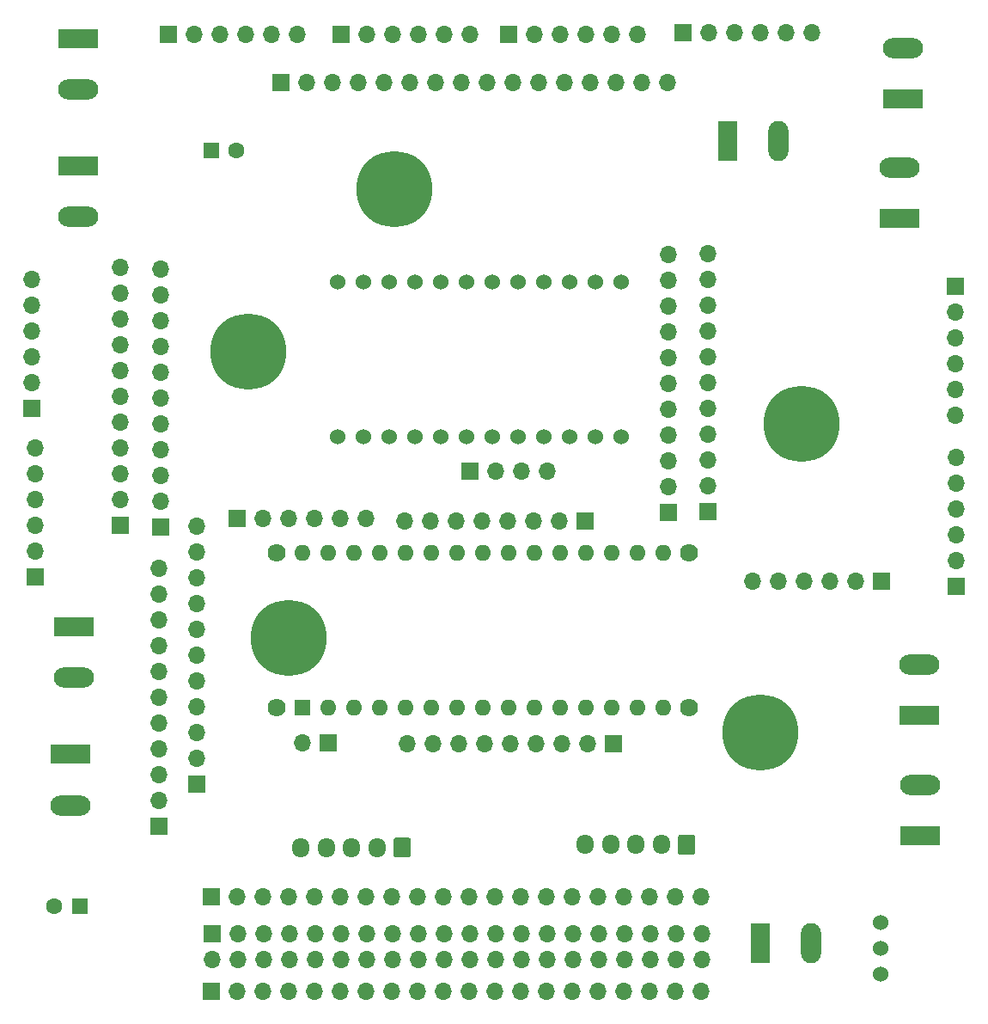
<source format=gbr>
%TF.GenerationSoftware,KiCad,Pcbnew,5.1.5+dfsg1-2build2*%
%TF.CreationDate,2021-04-16T14:35:20-05:00*%
%TF.ProjectId,Mercury 2021,4d657263-7572-4792-9032-3032312e6b69,rev?*%
%TF.SameCoordinates,Original*%
%TF.FileFunction,Soldermask,Top*%
%TF.FilePolarity,Negative*%
%FSLAX46Y46*%
G04 Gerber Fmt 4.6, Leading zero omitted, Abs format (unit mm)*
G04 Created by KiCad (PCBNEW 5.1.5+dfsg1-2build2) date 2021-04-16 14:35:20*
%MOMM*%
%LPD*%
G04 APERTURE LIST*
%ADD10R,1.700000X1.700000*%
%ADD11O,1.700000X1.700000*%
%ADD12C,7.500000*%
%ADD13C,4.700000*%
%ADD14O,3.960000X1.980000*%
%ADD15R,3.960000X1.980000*%
%ADD16O,1.980000X3.960000*%
%ADD17R,1.980000X3.960000*%
%ADD18O,1.700000X1.950000*%
%ADD19C,0.100000*%
%ADD20C,1.524000*%
%ADD21C,1.600000*%
%ADD22R,1.600000X1.600000*%
%ADD23C,1.780000*%
%ADD24O,1.600000X1.600000*%
G04 APERTURE END LIST*
D10*
%TO.C,U12*%
X106680000Y-77470000D03*
D11*
X104140000Y-77470000D03*
X101600000Y-77470000D03*
X99060000Y-77470000D03*
X96520000Y-77470000D03*
X93980000Y-77470000D03*
%TD*%
D12*
%TO.C,H5*%
X48244760Y-83098640D03*
D13*
X48244760Y-83098640D03*
%TD*%
D12*
%TO.C,H4*%
X44246800Y-54889400D03*
D13*
X44246800Y-54889400D03*
%TD*%
D12*
%TO.C,H3*%
X94742000Y-92354400D03*
D13*
X94742000Y-92354400D03*
%TD*%
D12*
%TO.C,H2*%
X98755200Y-61976000D03*
D13*
X98755200Y-61976000D03*
%TD*%
D12*
%TO.C,H1*%
X58623200Y-38836600D03*
D13*
X58623200Y-38836600D03*
%TD*%
D14*
%TO.C,J31*%
X27457400Y-41601400D03*
D15*
X27457400Y-36601400D03*
%TD*%
D14*
%TO.C,J4*%
X110388400Y-85728800D03*
D15*
X110388400Y-90728800D03*
%TD*%
D14*
%TO.C,J5*%
X108788200Y-24972000D03*
D15*
X108788200Y-29972000D03*
%TD*%
D16*
%TO.C,U12C1*%
X96490800Y-34163000D03*
D17*
X91490800Y-34163000D03*
%TD*%
D18*
%TO.C,U13*%
X49436000Y-103708200D03*
X51936000Y-103708200D03*
X54436000Y-103708200D03*
X56936000Y-103708200D03*
D19*
G36*
X60060504Y-102734404D02*
G01*
X60084773Y-102738004D01*
X60108571Y-102743965D01*
X60131671Y-102752230D01*
X60153849Y-102762720D01*
X60174893Y-102775333D01*
X60194598Y-102789947D01*
X60212777Y-102806423D01*
X60229253Y-102824602D01*
X60243867Y-102844307D01*
X60256480Y-102865351D01*
X60266970Y-102887529D01*
X60275235Y-102910629D01*
X60281196Y-102934427D01*
X60284796Y-102958696D01*
X60286000Y-102983200D01*
X60286000Y-104433200D01*
X60284796Y-104457704D01*
X60281196Y-104481973D01*
X60275235Y-104505771D01*
X60266970Y-104528871D01*
X60256480Y-104551049D01*
X60243867Y-104572093D01*
X60229253Y-104591798D01*
X60212777Y-104609977D01*
X60194598Y-104626453D01*
X60174893Y-104641067D01*
X60153849Y-104653680D01*
X60131671Y-104664170D01*
X60108571Y-104672435D01*
X60084773Y-104678396D01*
X60060504Y-104681996D01*
X60036000Y-104683200D01*
X58836000Y-104683200D01*
X58811496Y-104681996D01*
X58787227Y-104678396D01*
X58763429Y-104672435D01*
X58740329Y-104664170D01*
X58718151Y-104653680D01*
X58697107Y-104641067D01*
X58677402Y-104626453D01*
X58659223Y-104609977D01*
X58642747Y-104591798D01*
X58628133Y-104572093D01*
X58615520Y-104551049D01*
X58605030Y-104528871D01*
X58596765Y-104505771D01*
X58590804Y-104481973D01*
X58587204Y-104457704D01*
X58586000Y-104433200D01*
X58586000Y-102983200D01*
X58587204Y-102958696D01*
X58590804Y-102934427D01*
X58596765Y-102910629D01*
X58605030Y-102887529D01*
X58615520Y-102865351D01*
X58628133Y-102844307D01*
X58642747Y-102824602D01*
X58659223Y-102806423D01*
X58677402Y-102789947D01*
X58697107Y-102775333D01*
X58718151Y-102762720D01*
X58740329Y-102752230D01*
X58763429Y-102743965D01*
X58787227Y-102738004D01*
X58811496Y-102734404D01*
X58836000Y-102733200D01*
X60036000Y-102733200D01*
X60060504Y-102734404D01*
G37*
%TD*%
D18*
%TO.C,U11*%
X77448400Y-103428800D03*
X79948400Y-103428800D03*
X82448400Y-103428800D03*
X84948400Y-103428800D03*
D19*
G36*
X88072904Y-102455004D02*
G01*
X88097173Y-102458604D01*
X88120971Y-102464565D01*
X88144071Y-102472830D01*
X88166249Y-102483320D01*
X88187293Y-102495933D01*
X88206998Y-102510547D01*
X88225177Y-102527023D01*
X88241653Y-102545202D01*
X88256267Y-102564907D01*
X88268880Y-102585951D01*
X88279370Y-102608129D01*
X88287635Y-102631229D01*
X88293596Y-102655027D01*
X88297196Y-102679296D01*
X88298400Y-102703800D01*
X88298400Y-104153800D01*
X88297196Y-104178304D01*
X88293596Y-104202573D01*
X88287635Y-104226371D01*
X88279370Y-104249471D01*
X88268880Y-104271649D01*
X88256267Y-104292693D01*
X88241653Y-104312398D01*
X88225177Y-104330577D01*
X88206998Y-104347053D01*
X88187293Y-104361667D01*
X88166249Y-104374280D01*
X88144071Y-104384770D01*
X88120971Y-104393035D01*
X88097173Y-104398996D01*
X88072904Y-104402596D01*
X88048400Y-104403800D01*
X86848400Y-104403800D01*
X86823896Y-104402596D01*
X86799627Y-104398996D01*
X86775829Y-104393035D01*
X86752729Y-104384770D01*
X86730551Y-104374280D01*
X86709507Y-104361667D01*
X86689802Y-104347053D01*
X86671623Y-104330577D01*
X86655147Y-104312398D01*
X86640533Y-104292693D01*
X86627920Y-104271649D01*
X86617430Y-104249471D01*
X86609165Y-104226371D01*
X86603204Y-104202573D01*
X86599604Y-104178304D01*
X86598400Y-104153800D01*
X86598400Y-102703800D01*
X86599604Y-102679296D01*
X86603204Y-102655027D01*
X86609165Y-102631229D01*
X86617430Y-102608129D01*
X86627920Y-102585951D01*
X86640533Y-102564907D01*
X86655147Y-102545202D01*
X86671623Y-102527023D01*
X86689802Y-102510547D01*
X86709507Y-102495933D01*
X86730551Y-102483320D01*
X86752729Y-102472830D01*
X86775829Y-102464565D01*
X86799627Y-102458604D01*
X86823896Y-102455004D01*
X86848400Y-102453800D01*
X88048400Y-102453800D01*
X88072904Y-102455004D01*
G37*
%TD*%
D20*
%TO.C,U10*%
X53086000Y-48031400D03*
X55626000Y-48031400D03*
X58166000Y-48031400D03*
X60706000Y-48031400D03*
X63246000Y-48031400D03*
X65786000Y-48031400D03*
X68326000Y-48031400D03*
X70866000Y-48031400D03*
X73406000Y-48031400D03*
X75946000Y-48031400D03*
X78486000Y-48031400D03*
X81026000Y-48031400D03*
X81026000Y-63271400D03*
X78486000Y-63271400D03*
X75946000Y-63271400D03*
X73406000Y-63271400D03*
X70866000Y-63271400D03*
X68326000Y-63271400D03*
X65786000Y-63271400D03*
X63246000Y-63271400D03*
X60706000Y-63271400D03*
X58166000Y-63271400D03*
X55626000Y-63271400D03*
X53086000Y-63271400D03*
%TD*%
D11*
%TO.C,U9*%
X89611200Y-23444200D03*
X92151200Y-23444200D03*
X99771200Y-23444200D03*
D10*
X87071200Y-23444200D03*
D11*
X94691200Y-23444200D03*
X97231200Y-23444200D03*
%TD*%
%TO.C,U8*%
X22961600Y-57962800D03*
X22961600Y-55422800D03*
X22961600Y-47802800D03*
D10*
X22961600Y-60502800D03*
D11*
X22961600Y-52882800D03*
X22961600Y-50342800D03*
%TD*%
%TO.C,U7*%
X113944400Y-50977800D03*
X113944400Y-53517800D03*
X113944400Y-61137800D03*
D10*
X113944400Y-48437800D03*
D11*
X113944400Y-56057800D03*
X113944400Y-58597800D03*
%TD*%
%TO.C,U6*%
X38963600Y-23596600D03*
X41503600Y-23596600D03*
X49123600Y-23596600D03*
D10*
X36423600Y-23596600D03*
D11*
X44043600Y-23596600D03*
X46583600Y-23596600D03*
%TD*%
%TO.C,U5*%
X114046000Y-75463400D03*
X114046000Y-72923400D03*
X114046000Y-65303400D03*
D10*
X114046000Y-78003400D03*
D11*
X114046000Y-70383400D03*
X114046000Y-67843400D03*
%TD*%
%TO.C,U4*%
X55905400Y-23596600D03*
X58445400Y-23596600D03*
X66065400Y-23596600D03*
D10*
X53365400Y-23596600D03*
D11*
X60985400Y-23596600D03*
X63525400Y-23596600D03*
%TD*%
%TO.C,U3*%
X23241000Y-74498200D03*
X23241000Y-71958200D03*
X23241000Y-64338200D03*
D10*
X23241000Y-77038200D03*
D11*
X23241000Y-69418200D03*
X23241000Y-66878200D03*
%TD*%
%TO.C,U2*%
X72466200Y-23596600D03*
X75006200Y-23596600D03*
X82626200Y-23596600D03*
D10*
X69926200Y-23596600D03*
D11*
X77546200Y-23596600D03*
X80086200Y-23596600D03*
%TD*%
D20*
%TO.C,U1*%
X106578400Y-116205000D03*
X106578400Y-113665000D03*
X106578400Y-111125000D03*
%TD*%
D11*
%TO.C,J37*%
X39166800Y-72085200D03*
X39166800Y-74625200D03*
X39166800Y-77165200D03*
X39166800Y-79705200D03*
X39166800Y-82245200D03*
X39166800Y-84785200D03*
X39166800Y-87325200D03*
X39166800Y-89865200D03*
X39166800Y-92405200D03*
X39166800Y-94945200D03*
D10*
X39166800Y-97485200D03*
%TD*%
D11*
%TO.C,J36*%
X89585800Y-45186600D03*
X89585800Y-47726600D03*
X89585800Y-50266600D03*
X89585800Y-52806600D03*
X89585800Y-55346600D03*
X89585800Y-57886600D03*
X89585800Y-60426600D03*
X89585800Y-62966600D03*
X89585800Y-65506600D03*
X89585800Y-68046600D03*
D10*
X89585800Y-70586600D03*
%TD*%
D14*
%TO.C,J33*%
X108469700Y-36716800D03*
D15*
X108469700Y-41716800D03*
%TD*%
D14*
%TO.C,J32*%
X27051000Y-86940400D03*
D15*
X27051000Y-81940400D03*
%TD*%
D14*
%TO.C,J30*%
X26771600Y-99538800D03*
D15*
X26771600Y-94538800D03*
%TD*%
D11*
%TO.C,J21*%
X73710800Y-66624200D03*
X71170800Y-66624200D03*
X68630800Y-66624200D03*
D10*
X66090800Y-66624200D03*
%TD*%
D11*
%TO.C,J20*%
X59664600Y-71526400D03*
X62204600Y-71526400D03*
X64744600Y-71526400D03*
X67284600Y-71526400D03*
X69824600Y-71526400D03*
X72364600Y-71526400D03*
X74904600Y-71526400D03*
D10*
X77444600Y-71526400D03*
%TD*%
D11*
%TO.C,J19*%
X59893200Y-93522800D03*
X62433200Y-93522800D03*
X64973200Y-93522800D03*
X67513200Y-93522800D03*
X70053200Y-93522800D03*
X72593200Y-93522800D03*
X75133200Y-93522800D03*
X77673200Y-93522800D03*
D10*
X80213200Y-93522800D03*
%TD*%
D11*
%TO.C,J18*%
X49580800Y-93370400D03*
D10*
X52120800Y-93370400D03*
%TD*%
D11*
%TO.C,J17*%
X55880000Y-71272400D03*
X53340000Y-71272400D03*
X50800000Y-71272400D03*
X48260000Y-71272400D03*
X45720000Y-71272400D03*
D10*
X43180000Y-71272400D03*
%TD*%
D11*
%TO.C,J16*%
X85572600Y-28346400D03*
X83032600Y-28346400D03*
X80492600Y-28346400D03*
X77952600Y-28346400D03*
X75412600Y-28346400D03*
X72872600Y-28346400D03*
X70332600Y-28346400D03*
X67792600Y-28346400D03*
X65252600Y-28346400D03*
X62712600Y-28346400D03*
X60172600Y-28346400D03*
X57632600Y-28346400D03*
X55092600Y-28346400D03*
X52552600Y-28346400D03*
X50012600Y-28346400D03*
D10*
X47472600Y-28346400D03*
%TD*%
D11*
%TO.C,J15*%
X88950800Y-114706400D03*
X88950800Y-112166400D03*
X86410800Y-114706400D03*
X86410800Y-112166400D03*
X83870800Y-114706400D03*
X83870800Y-112166400D03*
X81330800Y-114706400D03*
X81330800Y-112166400D03*
X78790800Y-114706400D03*
X78790800Y-112166400D03*
X76250800Y-114706400D03*
X76250800Y-112166400D03*
X73710800Y-114706400D03*
X73710800Y-112166400D03*
X71170800Y-114706400D03*
X71170800Y-112166400D03*
X68630800Y-114706400D03*
X68630800Y-112166400D03*
X66090800Y-114706400D03*
X66090800Y-112166400D03*
X63550800Y-114706400D03*
X63550800Y-112166400D03*
X61010800Y-114706400D03*
X61010800Y-112166400D03*
X58470800Y-114706400D03*
X58470800Y-112166400D03*
X55930800Y-114706400D03*
X55930800Y-112166400D03*
X53390800Y-114706400D03*
X53390800Y-112166400D03*
X50850800Y-114706400D03*
X50850800Y-112166400D03*
X48310800Y-114706400D03*
X48310800Y-112166400D03*
X45770800Y-114706400D03*
X45770800Y-112166400D03*
X43230800Y-114706400D03*
X43230800Y-112166400D03*
X40690800Y-114706400D03*
D10*
X40690800Y-112166400D03*
%TD*%
D14*
%TO.C,J14*%
X27457400Y-29083000D03*
D15*
X27457400Y-24083000D03*
%TD*%
D14*
%TO.C,J13*%
X110490000Y-97539800D03*
D15*
X110490000Y-102539800D03*
%TD*%
D11*
%TO.C,J10*%
X85674200Y-45313600D03*
X85674200Y-47853600D03*
X85674200Y-50393600D03*
X85674200Y-52933600D03*
X85674200Y-55473600D03*
X85674200Y-58013600D03*
X85674200Y-60553600D03*
X85674200Y-63093600D03*
X85674200Y-65633600D03*
X85674200Y-68173600D03*
D10*
X85674200Y-70713600D03*
%TD*%
D11*
%TO.C,J9*%
X35433000Y-76225400D03*
X35433000Y-78765400D03*
X35433000Y-81305400D03*
X35433000Y-83845400D03*
X35433000Y-86385400D03*
X35433000Y-88925400D03*
X35433000Y-91465400D03*
X35433000Y-94005400D03*
X35433000Y-96545400D03*
X35433000Y-99085400D03*
D10*
X35433000Y-101625400D03*
%TD*%
D11*
%TO.C,J8*%
X35636200Y-46786800D03*
X35636200Y-49326800D03*
X35636200Y-51866800D03*
X35636200Y-54406800D03*
X35636200Y-56946800D03*
X35636200Y-59486800D03*
X35636200Y-62026800D03*
X35636200Y-64566800D03*
X35636200Y-67106800D03*
X35636200Y-69646800D03*
D10*
X35636200Y-72186800D03*
%TD*%
D11*
%TO.C,J7*%
X31673800Y-46583600D03*
X31673800Y-49123600D03*
X31673800Y-51663600D03*
X31673800Y-54203600D03*
X31673800Y-56743600D03*
X31673800Y-59283600D03*
X31673800Y-61823600D03*
X31673800Y-64363600D03*
X31673800Y-66903600D03*
X31673800Y-69443600D03*
D10*
X31673800Y-71983600D03*
%TD*%
D21*
%TO.C,C2*%
X43089200Y-35077400D03*
D22*
X40589200Y-35077400D03*
%TD*%
D21*
%TO.C,C1*%
X25135200Y-109524800D03*
D22*
X27635200Y-109524800D03*
%TD*%
D23*
%TO.C,A1*%
X87680800Y-89941400D03*
X87680800Y-74701400D03*
X47040800Y-74701400D03*
X47040800Y-89941400D03*
D24*
X85140800Y-74701400D03*
X85140800Y-89941400D03*
X49580800Y-74701400D03*
X82600800Y-89941400D03*
X52120800Y-74701400D03*
X80060800Y-89941400D03*
X54660800Y-74701400D03*
X77520800Y-89941400D03*
X57200800Y-74701400D03*
X74980800Y-89941400D03*
X59740800Y-74701400D03*
X72440800Y-89941400D03*
X62280800Y-74701400D03*
X69900800Y-89941400D03*
X64820800Y-74701400D03*
X67360800Y-89941400D03*
X67360800Y-74701400D03*
X64820800Y-89941400D03*
X69900800Y-74701400D03*
X62280800Y-89941400D03*
X72440800Y-74701400D03*
X59740800Y-89941400D03*
X74980800Y-74701400D03*
X57200800Y-89941400D03*
X77520800Y-74701400D03*
X54660800Y-89941400D03*
X80060800Y-74701400D03*
X52120800Y-89941400D03*
X82600800Y-74701400D03*
D22*
X49580800Y-89941400D03*
%TD*%
D17*
%TO.C,J1*%
X94716600Y-113157000D03*
D16*
X99716600Y-113157000D03*
%TD*%
D11*
%TO.C,J2*%
X88849200Y-108534200D03*
X86309200Y-108534200D03*
X83769200Y-108534200D03*
X81229200Y-108534200D03*
X78689200Y-108534200D03*
X76149200Y-108534200D03*
X73609200Y-108534200D03*
X71069200Y-108534200D03*
X68529200Y-108534200D03*
X65989200Y-108534200D03*
X63449200Y-108534200D03*
X60909200Y-108534200D03*
X58369200Y-108534200D03*
X55829200Y-108534200D03*
X53289200Y-108534200D03*
X50749200Y-108534200D03*
X48209200Y-108534200D03*
X45669200Y-108534200D03*
X43129200Y-108534200D03*
D10*
X40589200Y-108534200D03*
%TD*%
%TO.C,J3*%
X40614600Y-117830600D03*
D11*
X43154600Y-117830600D03*
X45694600Y-117830600D03*
X48234600Y-117830600D03*
X50774600Y-117830600D03*
X53314600Y-117830600D03*
X55854600Y-117830600D03*
X58394600Y-117830600D03*
X60934600Y-117830600D03*
X63474600Y-117830600D03*
X66014600Y-117830600D03*
X68554600Y-117830600D03*
X71094600Y-117830600D03*
X73634600Y-117830600D03*
X76174600Y-117830600D03*
X78714600Y-117830600D03*
X81254600Y-117830600D03*
X83794600Y-117830600D03*
X86334600Y-117830600D03*
X88874600Y-117830600D03*
%TD*%
M02*

</source>
